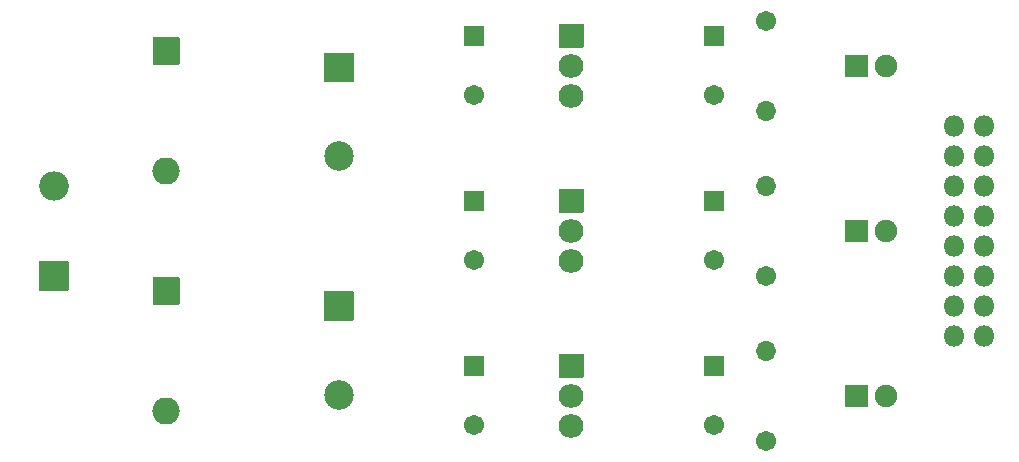
<source format=gbr>
G04 #@! TF.GenerationSoftware,KiCad,Pcbnew,5.1.7-a382d34a8~87~ubuntu16.04.1*
G04 #@! TF.CreationDate,2021-01-01T21:30:34+01:00*
G04 #@! TF.ProjectId,basic-eurorack-power-supply,62617369-632d-4657-9572-6f7261636b2d,rev?*
G04 #@! TF.SameCoordinates,Original*
G04 #@! TF.FileFunction,Soldermask,Top*
G04 #@! TF.FilePolarity,Negative*
%FSLAX46Y46*%
G04 Gerber Fmt 4.6, Leading zero omitted, Abs format (unit mm)*
G04 Created by KiCad (PCBNEW 5.1.7-a382d34a8~87~ubuntu16.04.1) date 2021-01-01 21:30:34*
%MOMM*%
%LPD*%
G01*
G04 APERTURE LIST*
%ADD10O,1.802000X1.802000*%
%ADD11O,2.502000X2.502000*%
%ADD12C,2.502000*%
%ADD13O,2.302000X2.302000*%
%ADD14C,1.902000*%
%ADD15O,1.702000X1.702000*%
%ADD16C,1.702000*%
%ADD17O,2.102000X2.007000*%
G04 APERTURE END LIST*
D10*
X86360000Y-12065000D03*
X88900000Y-12065000D03*
X86360000Y-14605000D03*
X88900000Y-14605000D03*
X86360000Y-17145000D03*
X88900000Y-17145000D03*
X86360000Y-19685000D03*
X88900000Y-19685000D03*
X86360000Y-22225000D03*
X88900000Y-22225000D03*
X86360000Y-24765000D03*
X88900000Y-24765000D03*
X86360000Y-27305000D03*
X88900000Y-27305000D03*
X86360000Y-29845000D03*
X88900000Y-29845000D03*
D11*
X10160000Y-17145000D03*
G36*
G01*
X8909000Y-25965000D02*
X8909000Y-23565000D01*
G75*
G02*
X8960000Y-23514000I51000J0D01*
G01*
X11360000Y-23514000D01*
G75*
G02*
X11411000Y-23565000I0J-51000D01*
G01*
X11411000Y-25965000D01*
G75*
G02*
X11360000Y-26016000I-51000J0D01*
G01*
X8960000Y-26016000D01*
G75*
G02*
X8909000Y-25965000I0J51000D01*
G01*
G37*
D12*
X34290000Y-14605000D03*
G36*
G01*
X33090000Y-5854000D02*
X35490000Y-5854000D01*
G75*
G02*
X35541000Y-5905000I0J-51000D01*
G01*
X35541000Y-8305000D01*
G75*
G02*
X35490000Y-8356000I-51000J0D01*
G01*
X33090000Y-8356000D01*
G75*
G02*
X33039000Y-8305000I0J51000D01*
G01*
X33039000Y-5905000D01*
G75*
G02*
X33090000Y-5854000I51000J0D01*
G01*
G37*
G36*
G01*
X33090000Y-26054000D02*
X35490000Y-26054000D01*
G75*
G02*
X35541000Y-26105000I0J-51000D01*
G01*
X35541000Y-28505000D01*
G75*
G02*
X35490000Y-28556000I-51000J0D01*
G01*
X33090000Y-28556000D01*
G75*
G02*
X33039000Y-28505000I0J51000D01*
G01*
X33039000Y-26105000D01*
G75*
G02*
X33090000Y-26054000I51000J0D01*
G01*
G37*
X34290000Y-34805000D03*
D13*
X19685000Y-15875000D03*
G36*
G01*
X18585000Y-4564000D02*
X20785000Y-4564000D01*
G75*
G02*
X20836000Y-4615000I0J-51000D01*
G01*
X20836000Y-6815000D01*
G75*
G02*
X20785000Y-6866000I-51000J0D01*
G01*
X18585000Y-6866000D01*
G75*
G02*
X18534000Y-6815000I0J51000D01*
G01*
X18534000Y-4615000D01*
G75*
G02*
X18585000Y-4564000I51000J0D01*
G01*
G37*
G36*
G01*
X18585000Y-24884000D02*
X20785000Y-24884000D01*
G75*
G02*
X20836000Y-24935000I0J-51000D01*
G01*
X20836000Y-27135000D01*
G75*
G02*
X20785000Y-27186000I-51000J0D01*
G01*
X18585000Y-27186000D01*
G75*
G02*
X18534000Y-27135000I0J51000D01*
G01*
X18534000Y-24935000D01*
G75*
G02*
X18585000Y-24884000I51000J0D01*
G01*
G37*
X19685000Y-36195000D03*
G36*
G01*
X77154000Y-21855000D02*
X77154000Y-20055000D01*
G75*
G02*
X77205000Y-20004000I51000J0D01*
G01*
X79005000Y-20004000D01*
G75*
G02*
X79056000Y-20055000I0J-51000D01*
G01*
X79056000Y-21855000D01*
G75*
G02*
X79005000Y-21906000I-51000J0D01*
G01*
X77205000Y-21906000D01*
G75*
G02*
X77154000Y-21855000I0J51000D01*
G01*
G37*
D14*
X80645000Y-20955000D03*
G36*
G01*
X77154000Y-35825000D02*
X77154000Y-34025000D01*
G75*
G02*
X77205000Y-33974000I51000J0D01*
G01*
X79005000Y-33974000D01*
G75*
G02*
X79056000Y-34025000I0J-51000D01*
G01*
X79056000Y-35825000D01*
G75*
G02*
X79005000Y-35876000I-51000J0D01*
G01*
X77205000Y-35876000D01*
G75*
G02*
X77154000Y-35825000I0J51000D01*
G01*
G37*
X80645000Y-34925000D03*
X80645000Y-6985000D03*
G36*
G01*
X77154000Y-7885000D02*
X77154000Y-6085000D01*
G75*
G02*
X77205000Y-6034000I51000J0D01*
G01*
X79005000Y-6034000D01*
G75*
G02*
X79056000Y-6085000I0J-51000D01*
G01*
X79056000Y-7885000D01*
G75*
G02*
X79005000Y-7936000I-51000J0D01*
G01*
X77205000Y-7936000D01*
G75*
G02*
X77154000Y-7885000I0J51000D01*
G01*
G37*
D15*
X70485000Y-17145000D03*
D16*
X70485000Y-24765000D03*
X70485000Y-38735000D03*
D15*
X70485000Y-31115000D03*
D16*
X70485000Y-3175000D03*
D15*
X70485000Y-10795000D03*
G36*
G01*
X52975000Y-17411500D02*
X54975000Y-17411500D01*
G75*
G02*
X55026000Y-17462500I0J-51000D01*
G01*
X55026000Y-19367500D01*
G75*
G02*
X54975000Y-19418500I-51000J0D01*
G01*
X52975000Y-19418500D01*
G75*
G02*
X52924000Y-19367500I0J51000D01*
G01*
X52924000Y-17462500D01*
G75*
G02*
X52975000Y-17411500I51000J0D01*
G01*
G37*
D17*
X53975000Y-20955000D03*
X53975000Y-23495000D03*
G36*
G01*
X52975000Y-31381500D02*
X54975000Y-31381500D01*
G75*
G02*
X55026000Y-31432500I0J-51000D01*
G01*
X55026000Y-33337500D01*
G75*
G02*
X54975000Y-33388500I-51000J0D01*
G01*
X52975000Y-33388500D01*
G75*
G02*
X52924000Y-33337500I0J51000D01*
G01*
X52924000Y-31432500D01*
G75*
G02*
X52975000Y-31381500I51000J0D01*
G01*
G37*
X53975000Y-34925000D03*
X53975000Y-37465000D03*
X53975000Y-9525000D03*
X53975000Y-6985000D03*
G36*
G01*
X52975000Y-3441500D02*
X54975000Y-3441500D01*
G75*
G02*
X55026000Y-3492500I0J-51000D01*
G01*
X55026000Y-5397500D01*
G75*
G02*
X54975000Y-5448500I-51000J0D01*
G01*
X52975000Y-5448500D01*
G75*
G02*
X52924000Y-5397500I0J51000D01*
G01*
X52924000Y-3492500D01*
G75*
G02*
X52975000Y-3441500I51000J0D01*
G01*
G37*
D16*
X45720000Y-23415000D03*
G36*
G01*
X44920000Y-17564000D02*
X46520000Y-17564000D01*
G75*
G02*
X46571000Y-17615000I0J-51000D01*
G01*
X46571000Y-19215000D01*
G75*
G02*
X46520000Y-19266000I-51000J0D01*
G01*
X44920000Y-19266000D01*
G75*
G02*
X44869000Y-19215000I0J51000D01*
G01*
X44869000Y-17615000D01*
G75*
G02*
X44920000Y-17564000I51000J0D01*
G01*
G37*
G36*
G01*
X44920000Y-31534000D02*
X46520000Y-31534000D01*
G75*
G02*
X46571000Y-31585000I0J-51000D01*
G01*
X46571000Y-33185000D01*
G75*
G02*
X46520000Y-33236000I-51000J0D01*
G01*
X44920000Y-33236000D01*
G75*
G02*
X44869000Y-33185000I0J51000D01*
G01*
X44869000Y-31585000D01*
G75*
G02*
X44920000Y-31534000I51000J0D01*
G01*
G37*
X45720000Y-37385000D03*
G36*
G01*
X44920000Y-3594000D02*
X46520000Y-3594000D01*
G75*
G02*
X46571000Y-3645000I0J-51000D01*
G01*
X46571000Y-5245000D01*
G75*
G02*
X46520000Y-5296000I-51000J0D01*
G01*
X44920000Y-5296000D01*
G75*
G02*
X44869000Y-5245000I0J51000D01*
G01*
X44869000Y-3645000D01*
G75*
G02*
X44920000Y-3594000I51000J0D01*
G01*
G37*
X45720000Y-9445000D03*
X66040000Y-23415000D03*
G36*
G01*
X65240000Y-17564000D02*
X66840000Y-17564000D01*
G75*
G02*
X66891000Y-17615000I0J-51000D01*
G01*
X66891000Y-19215000D01*
G75*
G02*
X66840000Y-19266000I-51000J0D01*
G01*
X65240000Y-19266000D01*
G75*
G02*
X65189000Y-19215000I0J51000D01*
G01*
X65189000Y-17615000D01*
G75*
G02*
X65240000Y-17564000I51000J0D01*
G01*
G37*
G36*
G01*
X65240000Y-31534000D02*
X66840000Y-31534000D01*
G75*
G02*
X66891000Y-31585000I0J-51000D01*
G01*
X66891000Y-33185000D01*
G75*
G02*
X66840000Y-33236000I-51000J0D01*
G01*
X65240000Y-33236000D01*
G75*
G02*
X65189000Y-33185000I0J51000D01*
G01*
X65189000Y-31585000D01*
G75*
G02*
X65240000Y-31534000I51000J0D01*
G01*
G37*
X66040000Y-37385000D03*
X66040000Y-9445000D03*
G36*
G01*
X65240000Y-3594000D02*
X66840000Y-3594000D01*
G75*
G02*
X66891000Y-3645000I0J-51000D01*
G01*
X66891000Y-5245000D01*
G75*
G02*
X66840000Y-5296000I-51000J0D01*
G01*
X65240000Y-5296000D01*
G75*
G02*
X65189000Y-5245000I0J51000D01*
G01*
X65189000Y-3645000D01*
G75*
G02*
X65240000Y-3594000I51000J0D01*
G01*
G37*
M02*

</source>
